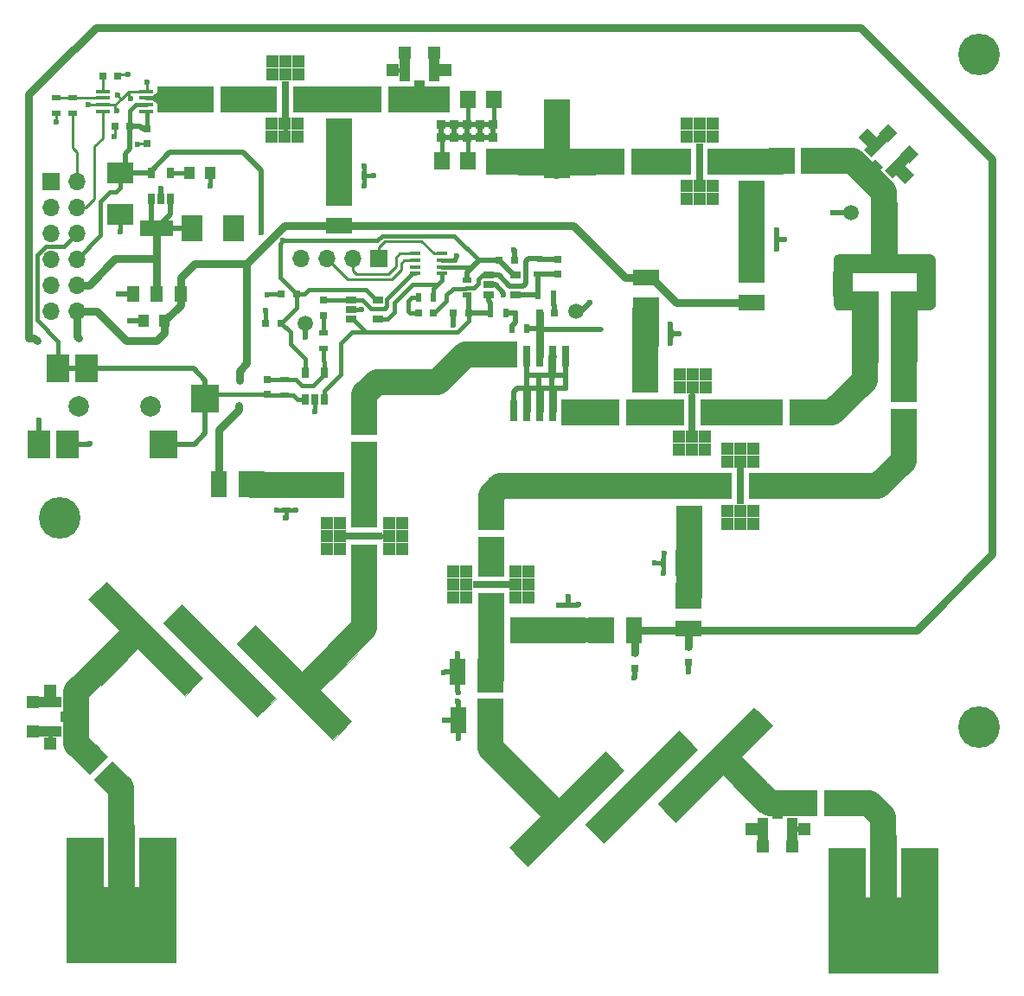
<source format=gtl>
G04 #@! TF.FileFunction,Copper,L1,Top,Signal*
%FSLAX46Y46*%
G04 Gerber Fmt 4.6, Leading zero omitted, Abs format (unit mm)*
G04 Created by KiCad (PCBNEW 4.0.6) date 12/03/17 11:24:10*
%MOMM*%
%LPD*%
G01*
G04 APERTURE LIST*
%ADD10C,0.100000*%
%ADD11C,0.010000*%
%ADD12C,1.500000*%
%ADD13R,0.850000X0.850000*%
%ADD14R,2.000000X2.500000*%
%ADD15R,3.300000X1.600000*%
%ADD16R,1.200000X1.600000*%
%ADD17C,4.064000*%
%ADD18R,0.900000X0.500000*%
%ADD19R,1.350000X0.400000*%
%ADD20R,2.540000X2.540000*%
%ADD21R,1.524000X1.651000*%
%ADD22R,0.762000X2.159000*%
%ADD23R,1.270000X1.270000*%
%ADD24R,0.635000X3.556000*%
%ADD25R,3.556000X0.635000*%
%ADD26R,0.990600X0.685800*%
%ADD27R,0.500000X0.900000*%
%ADD28R,0.800000X0.750000*%
%ADD29R,0.750000X0.800000*%
%ADD30R,2.514600X2.514600*%
%ADD31R,1.000000X1.250000*%
%ADD32R,2.540000X1.524000*%
%ADD33R,1.524000X1.524000*%
%ADD34R,1.524000X2.540000*%
%ADD35R,0.685800X0.990600*%
%ADD36C,2.000000*%
%ADD37R,2.200000X2.800000*%
%ADD38R,2.800000X2.800000*%
%ADD39R,1.700000X1.700000*%
%ADD40O,1.700000X1.700000*%
%ADD41R,0.609600X0.889000*%
%ADD42R,0.889000X0.609600*%
%ADD43R,2.500000X2.000000*%
%ADD44R,2.200000X1.050000*%
%ADD45R,1.050000X1.000000*%
%ADD46R,1.050000X2.200000*%
%ADD47R,1.000000X1.050000*%
%ADD48R,1.100000X0.450000*%
%ADD49C,0.600000*%
%ADD50C,0.381000*%
%ADD51C,2.540000*%
%ADD52C,0.508000*%
%ADD53C,0.762000*%
%ADD54C,0.254000*%
%ADD55C,0.250000*%
%ADD56C,0.025400*%
G04 APERTURE END LIST*
D10*
D11*
G36*
X160094507Y-146825547D02*
X160094507Y-134633547D01*
X163650507Y-134633547D01*
X163650507Y-139459547D01*
X164158507Y-139459547D01*
X164158507Y-133363547D01*
X166698507Y-133363547D01*
X166698507Y-139459547D01*
X167206507Y-139459547D01*
X167206507Y-134633547D01*
X170762507Y-134633547D01*
X170762507Y-146825547D01*
X160094507Y-146825547D01*
X160094507Y-146825547D01*
G37*
X160094507Y-146825547D02*
X160094507Y-134633547D01*
X163650507Y-134633547D01*
X163650507Y-139459547D01*
X164158507Y-139459547D01*
X164158507Y-133363547D01*
X166698507Y-133363547D01*
X166698507Y-139459547D01*
X167206507Y-139459547D01*
X167206507Y-134633547D01*
X170762507Y-134633547D01*
X170762507Y-146825547D01*
X160094507Y-146825547D01*
G36*
X85454067Y-145850187D02*
X85454067Y-133658187D01*
X89010067Y-133658187D01*
X89010067Y-138484187D01*
X89518067Y-138484187D01*
X89518067Y-132388187D01*
X92058067Y-132388187D01*
X92058067Y-138484187D01*
X92566067Y-138484187D01*
X92566067Y-133658187D01*
X96122067Y-133658187D01*
X96122067Y-145850187D01*
X85454067Y-145850187D01*
X85454067Y-145850187D01*
G37*
X85454067Y-145850187D02*
X85454067Y-133658187D01*
X89010067Y-133658187D01*
X89010067Y-138484187D01*
X89518067Y-138484187D01*
X89518067Y-132388187D01*
X92058067Y-132388187D01*
X92058067Y-138484187D01*
X92566067Y-138484187D01*
X92566067Y-133658187D01*
X96122067Y-133658187D01*
X96122067Y-145850187D01*
X85454067Y-145850187D01*
G36*
X170507947Y-79939969D02*
X170506068Y-80482287D01*
X170501006Y-80894638D01*
X170491184Y-81197273D01*
X170475021Y-81410443D01*
X170450939Y-81554400D01*
X170417359Y-81649396D01*
X170372701Y-81715680D01*
X170315389Y-81773506D01*
X170310950Y-81777677D01*
X170186418Y-81872361D01*
X170031749Y-81928508D01*
X169801393Y-81955565D01*
X169449800Y-81962977D01*
X169417252Y-81963005D01*
X168720826Y-81963005D01*
X168675672Y-87034481D01*
X167418457Y-87058069D01*
X166161242Y-87081656D01*
X166161242Y-80173072D01*
X168718289Y-80173072D01*
X168718289Y-78297904D01*
X162325672Y-78297904D01*
X162325672Y-80173072D01*
X164882719Y-80173072D01*
X164882719Y-87077099D01*
X162325672Y-87077099D01*
X162325672Y-81963005D01*
X161616033Y-81963005D01*
X161256608Y-81957914D01*
X161023306Y-81936145D01*
X160871919Y-81887954D01*
X160758242Y-81803597D01*
X160721066Y-81765733D01*
X160666746Y-81702806D01*
X160624229Y-81629814D01*
X160592071Y-81526591D01*
X160568827Y-81372969D01*
X160553052Y-81148782D01*
X160543301Y-80833864D01*
X160538128Y-80408047D01*
X160536089Y-79851165D01*
X160535739Y-79179279D01*
X160536445Y-78474835D01*
X160539371Y-77921242D01*
X160545723Y-77498885D01*
X160556710Y-77188149D01*
X160573542Y-76969416D01*
X160597425Y-76823073D01*
X160629569Y-76729503D01*
X160671182Y-76669091D01*
X160691611Y-76649034D01*
X160766772Y-76599678D01*
X160883473Y-76563109D01*
X161065359Y-76537506D01*
X161336075Y-76521048D01*
X161719265Y-76511917D01*
X162238574Y-76508291D01*
X162524162Y-76507971D01*
X164200840Y-76507971D01*
X164200840Y-71393877D01*
X166757887Y-71393877D01*
X166757887Y-76507971D01*
X168447727Y-76507971D01*
X169024820Y-76508609D01*
X169456039Y-76512249D01*
X169765983Y-76521478D01*
X169979246Y-76538884D01*
X170120426Y-76567055D01*
X170214120Y-76608577D01*
X170284922Y-76666039D01*
X170322895Y-76705243D01*
X170377672Y-76768772D01*
X170420434Y-76842494D01*
X170452669Y-76946796D01*
X170475862Y-77102066D01*
X170491499Y-77328691D01*
X170501067Y-77647059D01*
X170506053Y-78077558D01*
X170507941Y-78640576D01*
X170508222Y-79247432D01*
X170507947Y-79939969D01*
X170507947Y-79939969D01*
G37*
X170507947Y-79939969D02*
X170506068Y-80482287D01*
X170501006Y-80894638D01*
X170491184Y-81197273D01*
X170475021Y-81410443D01*
X170450939Y-81554400D01*
X170417359Y-81649396D01*
X170372701Y-81715680D01*
X170315389Y-81773506D01*
X170310950Y-81777677D01*
X170186418Y-81872361D01*
X170031749Y-81928508D01*
X169801393Y-81955565D01*
X169449800Y-81962977D01*
X169417252Y-81963005D01*
X168720826Y-81963005D01*
X168675672Y-87034481D01*
X167418457Y-87058069D01*
X166161242Y-87081656D01*
X166161242Y-80173072D01*
X168718289Y-80173072D01*
X168718289Y-78297904D01*
X162325672Y-78297904D01*
X162325672Y-80173072D01*
X164882719Y-80173072D01*
X164882719Y-87077099D01*
X162325672Y-87077099D01*
X162325672Y-81963005D01*
X161616033Y-81963005D01*
X161256608Y-81957914D01*
X161023306Y-81936145D01*
X160871919Y-81887954D01*
X160758242Y-81803597D01*
X160721066Y-81765733D01*
X160666746Y-81702806D01*
X160624229Y-81629814D01*
X160592071Y-81526591D01*
X160568827Y-81372969D01*
X160553052Y-81148782D01*
X160543301Y-80833864D01*
X160538128Y-80408047D01*
X160536089Y-79851165D01*
X160535739Y-79179279D01*
X160536445Y-78474835D01*
X160539371Y-77921242D01*
X160545723Y-77498885D01*
X160556710Y-77188149D01*
X160573542Y-76969416D01*
X160597425Y-76823073D01*
X160629569Y-76729503D01*
X160671182Y-76669091D01*
X160691611Y-76649034D01*
X160766772Y-76599678D01*
X160883473Y-76563109D01*
X161065359Y-76537506D01*
X161336075Y-76521048D01*
X161719265Y-76511917D01*
X162238574Y-76508291D01*
X162524162Y-76507971D01*
X164200840Y-76507971D01*
X164200840Y-71393877D01*
X166757887Y-71393877D01*
X166757887Y-76507971D01*
X168447727Y-76507971D01*
X169024820Y-76508609D01*
X169456039Y-76512249D01*
X169765983Y-76521478D01*
X169979246Y-76538884D01*
X170120426Y-76567055D01*
X170214120Y-76608577D01*
X170284922Y-76666039D01*
X170322895Y-76705243D01*
X170377672Y-76768772D01*
X170420434Y-76842494D01*
X170452669Y-76946796D01*
X170475862Y-77102066D01*
X170491499Y-77328691D01*
X170501067Y-77647059D01*
X170506053Y-78077558D01*
X170507941Y-78640576D01*
X170508222Y-79247432D01*
X170507947Y-79939969D01*
G36*
X130633442Y-136427868D02*
X128837391Y-134631817D01*
X131890678Y-131578530D01*
X128298576Y-127986427D01*
X130094627Y-126190376D01*
X133686729Y-129782478D01*
X138236726Y-125232482D01*
X140032777Y-127028533D01*
X130633442Y-136427868D01*
X130633442Y-136427868D01*
G37*
X130633442Y-136427868D02*
X128837391Y-134631817D01*
X131890678Y-131578530D01*
X128298576Y-127986427D01*
X130094627Y-126190376D01*
X133686729Y-129782478D01*
X138236726Y-125232482D01*
X140032777Y-127028533D01*
X130633442Y-136427868D01*
G36*
X138057121Y-134152870D02*
X136261070Y-132356819D01*
X145420931Y-123196958D01*
X147216982Y-124993009D01*
X138057121Y-134152870D01*
X138057121Y-134152870D01*
G37*
X138057121Y-134152870D02*
X136261070Y-132356819D01*
X145420931Y-123196958D01*
X147216982Y-124993009D01*
X138057121Y-134152870D01*
G36*
X151527505Y-125711429D02*
X155119608Y-129303532D01*
X153323556Y-131099583D01*
X149731454Y-127507480D01*
X145121589Y-132117345D01*
X144251619Y-131247375D01*
X143885502Y-130875081D01*
X143633454Y-130603129D01*
X143484118Y-130418095D01*
X143426136Y-130306558D01*
X143427921Y-130274006D01*
X143494003Y-130199266D01*
X143671110Y-130014683D01*
X143949967Y-129729584D01*
X144321297Y-129353297D01*
X144775826Y-128895148D01*
X145304278Y-128364464D01*
X145897378Y-127770574D01*
X146545849Y-127122802D01*
X147240417Y-126430479D01*
X147971805Y-125702929D01*
X148129467Y-125546283D01*
X152784741Y-120921959D01*
X153684367Y-121788450D01*
X154583993Y-122654941D01*
X151527505Y-125711429D01*
X151527505Y-125711429D01*
G37*
X151527505Y-125711429D02*
X155119608Y-129303532D01*
X153323556Y-131099583D01*
X149731454Y-127507480D01*
X145121589Y-132117345D01*
X144251619Y-131247375D01*
X143885502Y-130875081D01*
X143633454Y-130603129D01*
X143484118Y-130418095D01*
X143426136Y-130306558D01*
X143427921Y-130274006D01*
X143494003Y-130199266D01*
X143671110Y-130014683D01*
X143949967Y-129729584D01*
X144321297Y-129353297D01*
X144775826Y-128895148D01*
X145304278Y-128364464D01*
X145897378Y-127770574D01*
X146545849Y-127122802D01*
X147240417Y-126430479D01*
X147971805Y-125702929D01*
X148129467Y-125546283D01*
X152784741Y-120921959D01*
X153684367Y-121788450D01*
X154583993Y-122654941D01*
X151527505Y-125711429D01*
G36*
X108507351Y-117417758D02*
X112099454Y-113825655D01*
X113895505Y-115621707D01*
X110303403Y-119213809D01*
X113356690Y-122267096D01*
X111560638Y-124063147D01*
X102161303Y-114663812D01*
X103957355Y-112867761D01*
X108507351Y-117417758D01*
X108507351Y-117417758D01*
G37*
X108507351Y-117417758D02*
X112099454Y-113825655D01*
X113895505Y-115621707D01*
X110303403Y-119213809D01*
X113356690Y-122267096D01*
X111560638Y-124063147D01*
X102161303Y-114663812D01*
X103957355Y-112867761D01*
X108507351Y-117417758D01*
G36*
X105933011Y-119992098D02*
X104136960Y-121788149D01*
X94977099Y-112628288D01*
X96773150Y-110832237D01*
X105933011Y-119992098D01*
X105933011Y-119992098D01*
G37*
X105933011Y-119992098D02*
X104136960Y-121788149D01*
X94977099Y-112628288D01*
X96773150Y-110832237D01*
X105933011Y-119992098D01*
G36*
X88509713Y-109423730D02*
X89409340Y-108557238D01*
X98808675Y-117956573D01*
X97942183Y-118856200D01*
X97075693Y-119755825D01*
X92462627Y-115142760D01*
X88870524Y-118734862D01*
X87074473Y-116938811D01*
X90666576Y-113346709D01*
X87610087Y-110290220D01*
X88509713Y-109423730D01*
X88509713Y-109423730D01*
G37*
X88509713Y-109423730D02*
X89409340Y-108557238D01*
X98808675Y-117956573D01*
X97942183Y-118856200D01*
X97075693Y-119755825D01*
X92462627Y-115142760D01*
X88870524Y-118734862D01*
X87074473Y-116938811D01*
X90666576Y-113346709D01*
X87610087Y-110290220D01*
X88509713Y-109423730D01*
D12*
X108839000Y-83261200D03*
X162255200Y-72415400D03*
D13*
X127238760Y-65095120D03*
X125968760Y-65095120D03*
X124698760Y-65095120D03*
X123428760Y-65095120D03*
X122158760Y-65095120D03*
X127238760Y-63825120D03*
X125968760Y-63825120D03*
X124698760Y-63825120D03*
X123428760Y-63825120D03*
D14*
X97786440Y-73987660D03*
X101786440Y-73987660D03*
D15*
X94274640Y-73988460D03*
D16*
X92024640Y-80388460D03*
X94274640Y-80388460D03*
X96624640Y-80388460D03*
D17*
X84805520Y-102290880D03*
X174797720Y-122834400D03*
D18*
X86070440Y-61210760D03*
X86070440Y-62710760D03*
D19*
X89009340Y-60562460D03*
X89009340Y-61212460D03*
X89009340Y-61862460D03*
X89009340Y-62512460D03*
X93309340Y-60562460D03*
X93309340Y-61212460D03*
X93309340Y-61862460D03*
X93309340Y-62512460D03*
D10*
G36*
X94432240Y-60587860D02*
X94432240Y-61857860D01*
X93797240Y-61349860D01*
X93797240Y-61095860D01*
X94432240Y-60587860D01*
X94432240Y-60587860D01*
G37*
D20*
X95638740Y-61324460D03*
X127803940Y-67414260D03*
D21*
X124781340Y-61394460D03*
X127321340Y-61394460D03*
X122241340Y-67363460D03*
X124781340Y-67363460D03*
D20*
X121758740Y-61369060D03*
D22*
X131766340Y-86476960D03*
D20*
X128337340Y-86299160D03*
D22*
X130496340Y-86476960D03*
X133036340Y-86476960D03*
X134306340Y-86476960D03*
X129226340Y-91810960D03*
X130496340Y-91810960D03*
X131766340Y-91810960D03*
X133036340Y-91810960D03*
D20*
X135195340Y-91988760D03*
X112170240Y-64518660D03*
X112170240Y-61318260D03*
D23*
X106847640Y-65008760D03*
X108117640Y-65008760D03*
X105577640Y-65008760D03*
X105577640Y-63738760D03*
X106847640Y-63738760D03*
X108117640Y-63738760D03*
X108143040Y-57642760D03*
X106873040Y-57642760D03*
X105603040Y-57642760D03*
X105603040Y-58912760D03*
X108143040Y-58912760D03*
D20*
X108955840Y-61325760D03*
X104790240Y-61325760D03*
D24*
X106873040Y-61325760D03*
D23*
X106873040Y-58912760D03*
X146739640Y-88305760D03*
X145469640Y-88305760D03*
X148009640Y-88305760D03*
X148009640Y-89575760D03*
X146739640Y-89575760D03*
X145469640Y-89575760D03*
X145444240Y-95671760D03*
X146714240Y-95671760D03*
X147984240Y-95671760D03*
X147984240Y-94401760D03*
X145444240Y-94401760D03*
D20*
X144631440Y-91988760D03*
X148797040Y-91988760D03*
D24*
X146714240Y-91988760D03*
D23*
X146714240Y-94401760D03*
X147416520Y-71099680D03*
X148686520Y-71099680D03*
X146146520Y-71099680D03*
X146146520Y-69829680D03*
X147416520Y-69829680D03*
X148686520Y-69829680D03*
X148711920Y-63733680D03*
X147441920Y-63733680D03*
X146171920Y-63733680D03*
X146171920Y-65003680D03*
X148711920Y-65003680D03*
D20*
X149524720Y-67416680D03*
X145359120Y-67416680D03*
D24*
X147441920Y-67416680D03*
D23*
X147441920Y-65003680D03*
X151455120Y-95539560D03*
X150185120Y-95539560D03*
X152725120Y-95539560D03*
X152725120Y-96809560D03*
X151455120Y-96809560D03*
X150185120Y-96809560D03*
X150159720Y-102905560D03*
X151429720Y-102905560D03*
X152699720Y-102905560D03*
X152699720Y-101635560D03*
X150159720Y-101635560D03*
D20*
X149346920Y-99222560D03*
X153512520Y-99222560D03*
D24*
X151429720Y-99222560D03*
D23*
X151429720Y-101635560D03*
X118310028Y-104134794D03*
X118310028Y-102864794D03*
X118310028Y-105404794D03*
X117040028Y-105404794D03*
X117040028Y-104134794D03*
X117040028Y-102864794D03*
X110944028Y-102839394D03*
X110944028Y-104109394D03*
X110944028Y-105379394D03*
X112214028Y-105379394D03*
X112214028Y-102839394D03*
D20*
X114627028Y-102026594D03*
X114627028Y-106192194D03*
D25*
X114627028Y-104109394D03*
D23*
X112214028Y-104109394D03*
D26*
X129382520Y-78557120D03*
X129382520Y-80462120D03*
X126791721Y-78557120D03*
X126791721Y-79509620D03*
X126791721Y-80462120D03*
D20*
X155468320Y-67406520D03*
X158668720Y-67406520D03*
X157509240Y-92001460D03*
X154308840Y-92001460D03*
X141519940Y-91988760D03*
X138319540Y-91988760D03*
X114627028Y-92933394D03*
X114627028Y-96133794D03*
X167400000Y-89715460D03*
X167400000Y-92915860D03*
X152496520Y-70617080D03*
X152496520Y-67416680D03*
X111426628Y-99080194D03*
X114627028Y-99080194D03*
D27*
X127000000Y-82296000D03*
X128500000Y-82296000D03*
X131646800Y-80462120D03*
X133146800Y-80462120D03*
D18*
X131638040Y-76962000D03*
X131638040Y-78462000D03*
D28*
X90498360Y-59060080D03*
X88998360Y-59060080D03*
D29*
X93327340Y-65706660D03*
X93327340Y-64206660D03*
D28*
X90189740Y-63991460D03*
X91689740Y-63991460D03*
D30*
X165420040Y-134625080D03*
X90779600Y-133649720D03*
D28*
X123317000Y-82296000D03*
X124817000Y-82296000D03*
X131765040Y-82224880D03*
X133265040Y-82224880D03*
X127822960Y-77119480D03*
X129322960Y-77119480D03*
D18*
X124714000Y-79018000D03*
X124714000Y-80518000D03*
D31*
X95046040Y-83068160D03*
X93046040Y-83068160D03*
D20*
X98618040Y-61325760D03*
X101818440Y-61325760D03*
X115065840Y-61318260D03*
X118266240Y-61318260D03*
X138838940Y-67421760D03*
X142039340Y-67421760D03*
D32*
X146395440Y-113141760D03*
D20*
X146395440Y-109941360D03*
D33*
X167426640Y-86065360D03*
X163591240Y-85963760D03*
X165470840Y-72349360D03*
D32*
X142204440Y-78775560D03*
D20*
X142204440Y-81975960D03*
D32*
X112166400Y-73685400D03*
D20*
X112166400Y-70485000D03*
X142160020Y-91991300D03*
X142160020Y-88790900D03*
D32*
X152501600Y-81239360D03*
D20*
X152501600Y-78038960D03*
D34*
X100366168Y-99059754D03*
D20*
X103566568Y-99059754D03*
X146400520Y-99222560D03*
X146400520Y-102422960D03*
D31*
X97530920Y-68539360D03*
X99530920Y-68539360D03*
D35*
X93753940Y-68539360D03*
X95658940Y-68539360D03*
X93753940Y-71130159D03*
X94706440Y-71130159D03*
X95658940Y-71130159D03*
D27*
X129056000Y-83820000D03*
X130556000Y-83820000D03*
D18*
X84475320Y-61205680D03*
X84475320Y-62705680D03*
D17*
X174828200Y-56934100D03*
D36*
X93658840Y-91399360D03*
X86658840Y-91399360D03*
D37*
X82758840Y-95099360D03*
X85558840Y-95099360D03*
X84658840Y-87699360D03*
X87458840Y-87699360D03*
D38*
X94958840Y-95099360D03*
X99058840Y-90649360D03*
D39*
X83962240Y-69390260D03*
D40*
X86502240Y-69390260D03*
X83962240Y-71930260D03*
X86502240Y-71930260D03*
X83962240Y-74470260D03*
X86502240Y-74470260D03*
X83962240Y-77010260D03*
X86502240Y-77010260D03*
X83962240Y-79550260D03*
X86502240Y-79550260D03*
X83962240Y-82090260D03*
X86502240Y-82090260D03*
D41*
X144653000Y-84328000D03*
D20*
X142189200Y-84328000D03*
D41*
X114620040Y-68828920D03*
D20*
X112156240Y-68828920D03*
D41*
X154970480Y-75041760D03*
D20*
X152506680Y-75041760D03*
D42*
X106968928Y-101543994D03*
D20*
X106968928Y-99080194D03*
D41*
X143931640Y-106776520D03*
D20*
X146395440Y-106776520D03*
D43*
X90733880Y-68572880D03*
X90733880Y-72572880D03*
D42*
X134613859Y-110869715D03*
D20*
X134613859Y-113333515D03*
D34*
X140984179Y-113308115D03*
D20*
X137783779Y-113308115D03*
X127019259Y-113313195D03*
X130219659Y-113313195D03*
D23*
X123336259Y-108863115D03*
X123336259Y-110133115D03*
X123336259Y-107593115D03*
X124606259Y-107593115D03*
X124606259Y-108863115D03*
X124606259Y-110133115D03*
X130702259Y-110158515D03*
X130702259Y-108888515D03*
X130702259Y-107618515D03*
X129432259Y-107618515D03*
X129432259Y-110158515D03*
D20*
X127019259Y-110971315D03*
X127019259Y-106805715D03*
D25*
X127019259Y-108888515D03*
D23*
X129432259Y-108888515D03*
D20*
X127024339Y-102254035D03*
X127024339Y-105454435D03*
D10*
G36*
X151515531Y-129291558D02*
X153311582Y-127495507D01*
X155107633Y-129291558D01*
X153311582Y-131087609D01*
X151515531Y-129291558D01*
X151515531Y-129291558D01*
G37*
G36*
X128292589Y-127980440D02*
X130088640Y-126184389D01*
X131884691Y-127980440D01*
X130088640Y-129776491D01*
X128292589Y-127980440D01*
X128292589Y-127980440D01*
G37*
D29*
X146364960Y-114945160D03*
X146364960Y-116445160D03*
X141086840Y-115553360D03*
X141086840Y-117053360D03*
D10*
G36*
X112105440Y-117411771D02*
X110309389Y-115615720D01*
X112105440Y-113819669D01*
X113901491Y-115615720D01*
X112105440Y-117411771D01*
X112105440Y-117411771D01*
G37*
G36*
X88864537Y-118740849D02*
X87068486Y-116944798D01*
X88864537Y-115148747D01*
X90660588Y-116944798D01*
X88864537Y-118740849D01*
X88864537Y-118740849D01*
G37*
D34*
X123784360Y-117434360D03*
D20*
X126984760Y-117434360D03*
X127000000Y-118135400D03*
X127000000Y-121335800D03*
D10*
G36*
X89522571Y-125689360D02*
X87726520Y-127485411D01*
X85930469Y-125689360D01*
X87726520Y-123893309D01*
X89522571Y-125689360D01*
X89522571Y-125689360D01*
G37*
G36*
X91785596Y-127952384D02*
X89989545Y-129748435D01*
X88193494Y-127952384D01*
X89989545Y-126156333D01*
X91785596Y-127952384D01*
X91785596Y-127952384D01*
G37*
D34*
X123794520Y-122138440D03*
D20*
X126994920Y-122138440D03*
X157734000Y-130271520D03*
X160934400Y-130271520D03*
D44*
X83840320Y-120380760D03*
D45*
X85365320Y-121830760D03*
D44*
X83840320Y-123280760D03*
D23*
X83840320Y-119239960D03*
X83840320Y-124421560D03*
X82138520Y-120357560D03*
X82138520Y-123278560D03*
D10*
G36*
X165601096Y-68320251D02*
X167156731Y-66764616D01*
X167899194Y-67507079D01*
X166343559Y-69062714D01*
X165601096Y-68320251D01*
X165601096Y-68320251D01*
G37*
G36*
X163921718Y-67984376D02*
X164664180Y-67241914D01*
X165371286Y-67949020D01*
X164628824Y-68691482D01*
X163921718Y-67984376D01*
X163921718Y-67984376D01*
G37*
G36*
X163550486Y-66269641D02*
X165106121Y-64714006D01*
X165848584Y-65456469D01*
X164292949Y-67012104D01*
X163550486Y-66269641D01*
X163550486Y-66269641D01*
G37*
G36*
X166658786Y-68720332D02*
X167556812Y-67822306D01*
X168454838Y-68720332D01*
X167556812Y-69618358D01*
X166658786Y-68720332D01*
X166658786Y-68720332D01*
G37*
G36*
X162994842Y-65056388D02*
X163892868Y-64158362D01*
X164790894Y-65056388D01*
X163892868Y-65954414D01*
X162994842Y-65056388D01*
X162994842Y-65056388D01*
G37*
G36*
X167071878Y-66726715D02*
X167969904Y-65828689D01*
X168867930Y-66726715D01*
X167969904Y-67624741D01*
X167071878Y-66726715D01*
X167071878Y-66726715D01*
G37*
G36*
X165006419Y-64661256D02*
X165904445Y-63763230D01*
X166802471Y-64661256D01*
X165904445Y-65559282D01*
X165006419Y-64661256D01*
X165006419Y-64661256D01*
G37*
D46*
X121454840Y-58506360D03*
D47*
X120004840Y-60031360D03*
D46*
X118554840Y-58506360D03*
D23*
X122595640Y-58506360D03*
X117414040Y-58506360D03*
X121478040Y-56804560D03*
X118557040Y-56804560D03*
D46*
X153644600Y-132831840D03*
D47*
X155094600Y-131306840D03*
D46*
X156544600Y-132831840D03*
D23*
X152503800Y-132831840D03*
X157685400Y-132831840D03*
X153621400Y-134533640D03*
X156542400Y-134533640D03*
D13*
X122158760Y-63825120D03*
D29*
X133604000Y-78486000D03*
X133604000Y-76986000D03*
D28*
X121412000Y-82296000D03*
X119912000Y-82296000D03*
X107988800Y-80416400D03*
X106488800Y-80416400D03*
D29*
X110591600Y-80999200D03*
X110591600Y-82499200D03*
X105105200Y-88747600D03*
X105105200Y-90247600D03*
D28*
X106476800Y-83261200D03*
X104976800Y-83261200D03*
D27*
X121412000Y-80721200D03*
X119912000Y-80721200D03*
D18*
X110591600Y-85750400D03*
X110591600Y-84250400D03*
X106832400Y-90298400D03*
X106832400Y-88798400D03*
D26*
X115925600Y-80975200D03*
X115925600Y-82880200D03*
X113334801Y-80975200D03*
X113334801Y-81927700D03*
X113334801Y-82880200D03*
D35*
X108839000Y-88138000D03*
X110744000Y-88138000D03*
X108839000Y-90728799D03*
X109791500Y-90728799D03*
X110744000Y-90728799D03*
D39*
X116027200Y-76911200D03*
D40*
X113487200Y-76911200D03*
X110947200Y-76911200D03*
X108407200Y-76911200D03*
D48*
X122234000Y-78414400D03*
X122234000Y-77764400D03*
X122234000Y-77114400D03*
X122234000Y-76464400D03*
X119634000Y-76464400D03*
X119634000Y-77114400D03*
X119634000Y-77764400D03*
X119634000Y-78414400D03*
D12*
X135356600Y-82118200D03*
D49*
X136702800Y-81254600D03*
X108889800Y-84607400D03*
X160477200Y-72440800D03*
X109778800Y-91922600D03*
X105156000Y-80518000D03*
X104952800Y-81991200D03*
X114350800Y-81889600D03*
X123698000Y-76708000D03*
X128270000Y-80518000D03*
X129286000Y-76073000D03*
X123317000Y-83439000D03*
X129413000Y-82296000D03*
X133004560Y-88394660D03*
X132974080Y-89664660D03*
X131668520Y-89664660D03*
X131693920Y-88394660D03*
X99512120Y-69855080D03*
X114574320Y-69834760D03*
X115498880Y-68818760D03*
X114630200Y-67894200D03*
X90698320Y-74320400D03*
X134317140Y-89664660D03*
X134306340Y-88383860D03*
X130496340Y-88383860D03*
X130507140Y-89664660D03*
X107889040Y-101594920D03*
X106934000Y-102331520D03*
X106045000Y-101544120D03*
X143911320Y-107736640D03*
X143972280Y-105816400D03*
X143088360Y-106776520D03*
X123774200Y-115620800D03*
X122438160Y-117459760D03*
X123799600Y-119400320D03*
X123784360Y-120243600D03*
X123799600Y-123926600D03*
X122453400Y-122133360D03*
X146354800Y-117378480D03*
X141061440Y-117993160D03*
X135564880Y-110840520D03*
X134609840Y-110022640D03*
X133659880Y-110891320D03*
X144607986Y-83354848D03*
X145405546Y-84320048D03*
X144607986Y-85249688D03*
X154975560Y-74096880D03*
X154965400Y-75991720D03*
X155783280Y-75051920D03*
X84455000Y-63566040D03*
X102186740Y-73974960D03*
X91683840Y-83017360D03*
X87746840Y-95082360D03*
X82793840Y-92796360D03*
X94731840Y-70063360D03*
X90566240Y-80388460D03*
X133479540Y-68894960D03*
X90439240Y-60944760D03*
X91785440Y-61274960D03*
X90388440Y-62417960D03*
X93324800Y-59648060D03*
X87622500Y-61870560D03*
X91473140Y-58886060D03*
X90162500Y-65032860D03*
X92448500Y-65744060D03*
X106680000Y-75184000D03*
X104521000Y-74422000D03*
X102336600Y-91287600D03*
X102387400Y-88849200D03*
X82570320Y-85013800D03*
X86649560Y-84734400D03*
D50*
X149524720Y-67416680D02*
X152496520Y-67416680D01*
D51*
X149524720Y-67416680D02*
X155458160Y-67416680D01*
X155458160Y-67416680D02*
X155468320Y-67406520D01*
X148797040Y-91988760D02*
X154296140Y-91988760D01*
X154296140Y-91988760D02*
X154308840Y-92001460D01*
D50*
X142204440Y-81975960D02*
X142204440Y-84312760D01*
X142204440Y-84312760D02*
X142189200Y-84328000D01*
D51*
X142160020Y-88790900D02*
X142160020Y-82020380D01*
X142160020Y-82020380D02*
X142204440Y-81975960D01*
X142154940Y-88785820D02*
X142160020Y-88790900D01*
D52*
X135356600Y-82118200D02*
X135839200Y-82118200D01*
X135839200Y-82118200D02*
X136702800Y-81254600D01*
X135356600Y-82118200D02*
X135356600Y-82092800D01*
X108839000Y-83261200D02*
X108839000Y-84556600D01*
X108839000Y-84556600D02*
X108889800Y-84607400D01*
X162255200Y-72415400D02*
X160502600Y-72415400D01*
X160502600Y-72415400D02*
X160477200Y-72440800D01*
X157685400Y-132831840D02*
X156544600Y-132831840D01*
D50*
X123505100Y-77114400D02*
X123505100Y-76900900D01*
X123505100Y-76900900D02*
X123698000Y-76708000D01*
X127019259Y-108888515D02*
X129432259Y-108888515D01*
X127321340Y-61394460D02*
X127321340Y-63742540D01*
X127321340Y-63742540D02*
X127238760Y-63825120D01*
X124781340Y-67363460D02*
X124781340Y-65177700D01*
X124781340Y-65177700D02*
X124698760Y-65095120D01*
X122241340Y-67363460D02*
X122241340Y-65177700D01*
X122241340Y-65177700D02*
X122158760Y-65095120D01*
X124781340Y-61394460D02*
X124781340Y-63742540D01*
X124781340Y-63742540D02*
X124698760Y-63825120D01*
X153644600Y-132831840D02*
X152503800Y-132831840D01*
X156544600Y-134531440D02*
X156542400Y-134533640D01*
X153644600Y-132831840D02*
X153644600Y-134510440D01*
X153644600Y-134510440D02*
X153621400Y-134533640D01*
X106873040Y-61325760D02*
X106873040Y-64983360D01*
X106873040Y-64983360D02*
X106847640Y-65008760D01*
X114627028Y-104109394D02*
X117014628Y-104109394D01*
X117014628Y-104109394D02*
X117040028Y-104134794D01*
X147441920Y-67416680D02*
X147441920Y-69804280D01*
X147441920Y-69804280D02*
X147416520Y-69829680D01*
X151429720Y-99222560D02*
X151429720Y-96834960D01*
X151429720Y-96834960D02*
X151455120Y-96809560D01*
X146714240Y-91988760D02*
X146714240Y-89601160D01*
X146714240Y-89601160D02*
X146739640Y-89575760D01*
X166750145Y-67913665D02*
X167556812Y-68720332D01*
X164699535Y-65863055D02*
X163892868Y-65056388D01*
X118557040Y-56804560D02*
X118557040Y-58504160D01*
X118557040Y-58504160D02*
X118554840Y-58506360D01*
X121454840Y-58506360D02*
X121454840Y-56827760D01*
X121454840Y-56827760D02*
X121478040Y-56804560D01*
X121454840Y-58506360D02*
X122595640Y-58506360D01*
X118554840Y-58506360D02*
X117414040Y-58506360D01*
X83840320Y-120380760D02*
X82161720Y-120380760D01*
X82161720Y-120380760D02*
X82138520Y-120357560D01*
X83840320Y-120380760D02*
X83840320Y-119239960D01*
X83840320Y-123280760D02*
X82140720Y-123280760D01*
X82140720Y-123280760D02*
X82138520Y-123278560D01*
X83840320Y-123280760D02*
X83840320Y-124421560D01*
X109791500Y-90728799D02*
X109791500Y-91909900D01*
X109791500Y-91909900D02*
X109778800Y-91922600D01*
X106488800Y-80416400D02*
X105257600Y-80416400D01*
X105257600Y-80416400D02*
X105156000Y-80518000D01*
X104976800Y-83261200D02*
X104976800Y-82015200D01*
X104976800Y-82015200D02*
X104952800Y-81991200D01*
X113334801Y-81927700D02*
X114312700Y-81927700D01*
X114312700Y-81927700D02*
X114350800Y-81889600D01*
X122234000Y-77114400D02*
X123505100Y-77114400D01*
D52*
X129413000Y-83185000D02*
X129413000Y-82296000D01*
X129056000Y-83542000D02*
X129413000Y-83185000D01*
X129056000Y-83820000D02*
X129056000Y-83542000D01*
X126791721Y-79509620D02*
X127494623Y-79509620D01*
X127494623Y-79509620D02*
X128270000Y-80284997D01*
X128270000Y-80284997D02*
X128270000Y-80518000D01*
X129322960Y-77119480D02*
X129322960Y-76109960D01*
X129322960Y-76109960D02*
X129286000Y-76073000D01*
X123317000Y-82296000D02*
X123317000Y-83439000D01*
X128500000Y-82296000D02*
X129413000Y-82296000D01*
X125968760Y-63825120D02*
X127238760Y-63825120D01*
X127238760Y-65095120D02*
X127238760Y-63825120D01*
X125968760Y-65095120D02*
X127238760Y-65095120D01*
X125968760Y-63825120D02*
X125968760Y-65095120D01*
X124698760Y-65095120D02*
X125968760Y-65095120D01*
X124698760Y-65095120D02*
X124698760Y-63825120D01*
X123428760Y-65095120D02*
X124698760Y-65095120D01*
X122158760Y-65095120D02*
X123428760Y-65095120D01*
X123428760Y-65095120D02*
X123428760Y-63825120D01*
X122158760Y-65095120D02*
X122158760Y-63825120D01*
X124698760Y-63825120D02*
X123428760Y-63825120D01*
X124698760Y-63825120D02*
X125968760Y-63825120D01*
X122158760Y-63825120D02*
X123428760Y-63825120D01*
D53*
X130496340Y-91810960D02*
X130496340Y-89675460D01*
X130496340Y-89675460D02*
X130507140Y-89664660D01*
X131766340Y-91810960D02*
X131766340Y-89762480D01*
X131766340Y-89762480D02*
X131668520Y-89664660D01*
X133036340Y-91810960D02*
X133036340Y-89726920D01*
X133036340Y-89726920D02*
X132974080Y-89664660D01*
X133004560Y-88394660D02*
X133004560Y-86508740D01*
X133004560Y-86508740D02*
X133036340Y-86476960D01*
D52*
X132974080Y-89664660D02*
X132974080Y-88425140D01*
X132974080Y-88425140D02*
X133004560Y-88394660D01*
X131693920Y-88394660D02*
X131693920Y-89639260D01*
X131693920Y-89639260D02*
X131668520Y-89664660D01*
X133004560Y-88394660D02*
X134317140Y-88394660D01*
X131693920Y-88394660D02*
X133004560Y-88394660D01*
X132974080Y-89664660D02*
X131668520Y-89664660D01*
X134317140Y-89664660D02*
X132974080Y-89664660D01*
X131668520Y-89664660D02*
X130507140Y-89664660D01*
X130507140Y-88394660D02*
X131693920Y-88394660D01*
D54*
X130496340Y-88383860D02*
X131683120Y-88383860D01*
X131683120Y-88383860D02*
X131693920Y-88394660D01*
D50*
X99530920Y-68539360D02*
X99530920Y-69836280D01*
X99530920Y-69836280D02*
X99512120Y-69855080D01*
X114620040Y-68828920D02*
X114620040Y-69789040D01*
X114620040Y-69789040D02*
X114574320Y-69834760D01*
X114620040Y-68828920D02*
X115488720Y-68828920D01*
X115488720Y-68828920D02*
X115498880Y-68818760D01*
X114620040Y-68828920D02*
X114620040Y-67904360D01*
X114620040Y-67904360D02*
X114630200Y-67894200D01*
X90733880Y-72572880D02*
X90733880Y-74284840D01*
X90733880Y-74284840D02*
X90698320Y-74320400D01*
X106968928Y-101543994D02*
X107838114Y-101543994D01*
X107838114Y-101543994D02*
X107889040Y-101594920D01*
X106968928Y-101543994D02*
X106968928Y-102296592D01*
X106968928Y-102296592D02*
X106934000Y-102331520D01*
X106968928Y-101543994D02*
X106045126Y-101543994D01*
X106045126Y-101543994D02*
X106045000Y-101544120D01*
X143931640Y-106776520D02*
X143931640Y-107716320D01*
X143931640Y-107716320D02*
X143911320Y-107736640D01*
X143931640Y-106776520D02*
X143931640Y-105857040D01*
X143931640Y-105857040D02*
X143972280Y-105816400D01*
X143931640Y-106776520D02*
X143088360Y-106776520D01*
D52*
X123784360Y-117434360D02*
X123784360Y-115630960D01*
X123784360Y-115630960D02*
X123774200Y-115620800D01*
X123784360Y-117434360D02*
X122463560Y-117434360D01*
X122463560Y-117434360D02*
X122438160Y-117459760D01*
X123784360Y-117434360D02*
X123784360Y-119385080D01*
X123784360Y-119385080D02*
X123799600Y-119400320D01*
X123794520Y-122138440D02*
X123794520Y-120253760D01*
X123794520Y-120253760D02*
X123784360Y-120243600D01*
X123794520Y-122138440D02*
X123794520Y-123921520D01*
X123794520Y-123921520D02*
X123799600Y-123926600D01*
X123794520Y-122138440D02*
X122458480Y-122138440D01*
X122458480Y-122138440D02*
X122453400Y-122133360D01*
X146364960Y-116445160D02*
X146364960Y-117368320D01*
X146364960Y-117368320D02*
X146354800Y-117378480D01*
X141086840Y-117053360D02*
X141086840Y-117967760D01*
X141086840Y-117967760D02*
X141061440Y-117993160D01*
X134613859Y-110869715D02*
X135535685Y-110869715D01*
X135535685Y-110869715D02*
X135564880Y-110840520D01*
X134613859Y-110869715D02*
X134613859Y-110026659D01*
X134613859Y-110026659D02*
X134609840Y-110022640D01*
X134613859Y-110869715D02*
X133681485Y-110869715D01*
X133681485Y-110869715D02*
X133659880Y-110891320D01*
X144597826Y-84304808D02*
X144597826Y-83365008D01*
X144597826Y-83365008D02*
X144607986Y-83354848D01*
X144597826Y-84304808D02*
X145390306Y-84304808D01*
X145390306Y-84304808D02*
X145405546Y-84320048D01*
X144597826Y-84304808D02*
X144597826Y-85239528D01*
X144597826Y-85239528D02*
X144607986Y-85249688D01*
X154970480Y-75041760D02*
X154970480Y-74101960D01*
X154970480Y-74101960D02*
X154975560Y-74096880D01*
X154970480Y-75041760D02*
X154970480Y-75986640D01*
X154970480Y-75986640D02*
X154965400Y-75991720D01*
X154970480Y-75041760D02*
X155773120Y-75041760D01*
X155773120Y-75041760D02*
X155783280Y-75051920D01*
D54*
X84475320Y-62705680D02*
X84475320Y-63545720D01*
X84475320Y-63545720D02*
X84455000Y-63566040D01*
D52*
X102174040Y-73987660D02*
X102186740Y-73974960D01*
X93046040Y-83068160D02*
X91734640Y-83068160D01*
X91734640Y-83068160D02*
X91683840Y-83017360D01*
X85558840Y-95099360D02*
X87729840Y-95099360D01*
X87729840Y-95099360D02*
X87746840Y-95082360D01*
X82758840Y-95099360D02*
X82758840Y-92831360D01*
X82758840Y-92831360D02*
X82793840Y-92796360D01*
X94706440Y-71130159D02*
X94706440Y-70088760D01*
X94706440Y-70088760D02*
X94731840Y-70063360D01*
X92024640Y-80388460D02*
X90566240Y-80388460D01*
D54*
X133441440Y-67414260D02*
X133504940Y-68869560D01*
X133504940Y-68869560D02*
X133479540Y-68894960D01*
D51*
X127803940Y-67414260D02*
X133441440Y-67414260D01*
X133441440Y-67414260D02*
X138831440Y-67414260D01*
X138831440Y-67414260D02*
X138838940Y-67421760D01*
D55*
X90814570Y-61320090D02*
X90439240Y-60944760D01*
X91546800Y-60587860D02*
X91546800Y-61036320D01*
X91546800Y-61036320D02*
X91785440Y-61274960D01*
X90246800Y-61887860D02*
X90246800Y-62276320D01*
X90246800Y-62276320D02*
X90388440Y-62417960D01*
X93319500Y-60587860D02*
X93319500Y-59653360D01*
X93319500Y-59653360D02*
X93324800Y-59648060D01*
X87589000Y-61811660D02*
X87571700Y-61794360D01*
X89019500Y-61887860D02*
X87639800Y-61887860D01*
X89019500Y-61887860D02*
X90246800Y-61887860D01*
X91546800Y-60587860D02*
X93319500Y-60587860D01*
X90246800Y-61887860D02*
X90814570Y-61320090D01*
X90814570Y-61320090D02*
X91546800Y-60587860D01*
D52*
X130507140Y-88394660D02*
X130507140Y-89664660D01*
X134317140Y-88394660D02*
X134317140Y-89664660D01*
X134306340Y-86476960D02*
X134306340Y-88383860D01*
X134306340Y-88383860D02*
X134317140Y-88394660D01*
X130496340Y-86476960D02*
X130496340Y-88383860D01*
X130496340Y-88383860D02*
X130507140Y-88394660D01*
X129226340Y-91810960D02*
X129226340Y-90005660D01*
X129226340Y-90005660D02*
X129567340Y-89664660D01*
X129567340Y-89664660D02*
X130507140Y-89664660D01*
D54*
X90495940Y-58860660D02*
X91447740Y-58860660D01*
X91447740Y-58860660D02*
X91473140Y-58886060D01*
X90199900Y-64016860D02*
X90199900Y-64995460D01*
X90199900Y-64995460D02*
X90162500Y-65032860D01*
X93286700Y-65655860D02*
X92409700Y-65655860D01*
X92409700Y-65655860D02*
X92397700Y-65667860D01*
D51*
X141525020Y-91983680D02*
X141519940Y-91988760D01*
X141519940Y-91988760D02*
X144631440Y-91988760D01*
X135195340Y-91988760D02*
X138319540Y-91988760D01*
D54*
X89006100Y-58886060D02*
X89006100Y-60574460D01*
X89006100Y-60574460D02*
X89019500Y-60587860D01*
D50*
X107403900Y-85305900D02*
X108839000Y-86741000D01*
X108839000Y-86741000D02*
X108839000Y-88138000D01*
X107403900Y-84163300D02*
X107403900Y-85305900D01*
X107403900Y-84163300D02*
X106501800Y-83261200D01*
X106501800Y-83261200D02*
X106476800Y-83261200D01*
X107988800Y-80416400D02*
X107988800Y-81749200D01*
X107988800Y-81749200D02*
X106476800Y-83261200D01*
X109220000Y-79966200D02*
X114764200Y-79966200D01*
X114764200Y-79966200D02*
X115773200Y-80975200D01*
X115773200Y-80975200D02*
X115925600Y-80975200D01*
X107988800Y-80416400D02*
X108769800Y-80416400D01*
X108769800Y-80416400D02*
X109220000Y-79966200D01*
X106680000Y-75184000D02*
X106380001Y-75483999D01*
X106380001Y-75483999D02*
X106380001Y-78832601D01*
X106380001Y-78832601D02*
X107963800Y-80416400D01*
X107963800Y-80416400D02*
X107988800Y-80416400D01*
X125854520Y-77119480D02*
X125209600Y-77764400D01*
X125209600Y-77764400D02*
X122234000Y-77764400D01*
X106680000Y-75184000D02*
X115918531Y-75184000D01*
X115918531Y-75184000D02*
X116385241Y-74717290D01*
X116385241Y-74717290D02*
X123452330Y-74717290D01*
X123452330Y-74717290D02*
X125854520Y-77119480D01*
D52*
X127822960Y-77119480D02*
X129260600Y-78557120D01*
X129260600Y-78557120D02*
X129382520Y-78557120D01*
X124714000Y-79018000D02*
X124714000Y-78260000D01*
X124714000Y-78260000D02*
X125854520Y-77119480D01*
X125854520Y-77119480D02*
X126914960Y-77119480D01*
X126914960Y-77119480D02*
X127822960Y-77119480D01*
X104521000Y-68326000D02*
X104521000Y-74422000D01*
X102743000Y-66548000D02*
X104521000Y-68326000D01*
X95592900Y-66548000D02*
X102743000Y-66548000D01*
X93753940Y-68539360D02*
X93753940Y-68386960D01*
X93753940Y-68386960D02*
X95592900Y-66548000D01*
D50*
X93753940Y-68539360D02*
X90767400Y-68539360D01*
X90767400Y-68539360D02*
X90733880Y-68572880D01*
X88823800Y-71333360D02*
X88823800Y-74688700D01*
X88823800Y-74688700D02*
X86502240Y-77010260D01*
X89748360Y-70408800D02*
X88823800Y-71333360D01*
X90278960Y-70408800D02*
X89748360Y-70408800D01*
X90733880Y-68572880D02*
X90733880Y-69953880D01*
X90733880Y-69953880D02*
X90278960Y-70408800D01*
D52*
X91255340Y-68539360D02*
X93753940Y-68539360D01*
X91239340Y-68555360D02*
X91239340Y-66672460D01*
X91689740Y-66222060D02*
X91689740Y-63991460D01*
X91239340Y-66672460D02*
X91689740Y-66222060D01*
X86502240Y-77010260D02*
X86743540Y-77010260D01*
D50*
X93309340Y-61862460D02*
X92257840Y-61862460D01*
X91689740Y-62430560D02*
X91689740Y-63991460D01*
X92257840Y-61862460D02*
X91689740Y-62430560D01*
D52*
X93327340Y-64206660D02*
X92920240Y-64206660D01*
X92705040Y-63991460D02*
X91689740Y-63991460D01*
X92920240Y-64206660D02*
X92705040Y-63991460D01*
D50*
X93319500Y-62537860D02*
X93319500Y-64214060D01*
X93319500Y-64214060D02*
X93337500Y-64232060D01*
D54*
X93337500Y-62555860D02*
X93319500Y-62537860D01*
D50*
X91699900Y-64016860D02*
X91699900Y-64169960D01*
X112156240Y-68828920D02*
X112156240Y-70474840D01*
X112156240Y-70474840D02*
X112166400Y-70485000D01*
D51*
X112170240Y-64518660D02*
X112170240Y-70481160D01*
X112170240Y-70481160D02*
X112166400Y-70485000D01*
D50*
X152506680Y-75041760D02*
X152506680Y-78033880D01*
X152506680Y-78033880D02*
X152501600Y-78038960D01*
D51*
X152501600Y-78038960D02*
X152501600Y-70622160D01*
X152501600Y-70622160D02*
X152496520Y-70617080D01*
X114627028Y-102026594D02*
X114627028Y-99080194D01*
X114627028Y-96133794D02*
X114627028Y-102026594D01*
X167400000Y-92915860D02*
X167400000Y-96725860D01*
X167400000Y-96725860D02*
X164903300Y-99222560D01*
X164903300Y-99222560D02*
X153512520Y-99222560D01*
D53*
X102336600Y-91287600D02*
X102336600Y-91711864D01*
X102336600Y-91711864D02*
X100366168Y-93682296D01*
X100366168Y-93682296D02*
X100366168Y-96275552D01*
X103113840Y-87208360D02*
X102387400Y-87934800D01*
X102387400Y-87934800D02*
X102387400Y-88849200D01*
X103113840Y-84386336D02*
X103113840Y-87208360D01*
X103113840Y-77419200D02*
X106847640Y-73685400D01*
D50*
X146395440Y-113141760D02*
X141150534Y-113141760D01*
X141150534Y-113141760D02*
X140984179Y-113308115D01*
D53*
X103113840Y-84386336D02*
X103113840Y-77419200D01*
X100366168Y-99059754D02*
X100366168Y-96275552D01*
X142204440Y-78775560D02*
X142712440Y-78775560D01*
X142712440Y-78775560D02*
X145176240Y-81239360D01*
X145176240Y-81239360D02*
X150469600Y-81239360D01*
X150469600Y-81239360D02*
X152501600Y-81239360D01*
X112694720Y-73705720D02*
X135102600Y-73705720D01*
X135102600Y-73705720D02*
X140172440Y-78775560D01*
X140172440Y-78775560D02*
X142204440Y-78775560D01*
X112166400Y-73685400D02*
X112674400Y-73685400D01*
X112674400Y-73685400D02*
X112694720Y-73705720D01*
X106847640Y-73685400D02*
X112166400Y-73685400D01*
X98031900Y-77419200D02*
X103113840Y-77419200D01*
X96624640Y-80388460D02*
X96624640Y-78826460D01*
X96624640Y-78826460D02*
X98031900Y-77419200D01*
X141086840Y-115553360D02*
X141086840Y-113410776D01*
X141086840Y-113410776D02*
X140984179Y-113308115D01*
X146364960Y-114945160D02*
X146364960Y-113172240D01*
X146364960Y-113172240D02*
X146395440Y-113141760D01*
X160056845Y-113308115D02*
X140984179Y-113308115D01*
X82570320Y-85013800D02*
X82270321Y-84713801D01*
X82270321Y-84713801D02*
X81731841Y-84713801D01*
X88331040Y-54305200D02*
X163178442Y-54305200D01*
X163178442Y-54305200D02*
X176062640Y-67189398D01*
X81731841Y-84713801D02*
X81731841Y-62203357D01*
X81742280Y-62192918D02*
X81742280Y-60878720D01*
X81742280Y-60878720D02*
X86194241Y-56426759D01*
X81731841Y-62203357D02*
X81742280Y-62192918D01*
X86194241Y-56426759D02*
X86209481Y-56426759D01*
X86209481Y-56426759D02*
X88331040Y-54305200D01*
X176088040Y-90706342D02*
X176088040Y-105897680D01*
X176062640Y-67189398D02*
X176062640Y-90680942D01*
X176062640Y-90680942D02*
X176088040Y-90706342D01*
X176088040Y-105897680D02*
X168677605Y-113308115D01*
X168677605Y-113308115D02*
X160056845Y-113308115D01*
X86502240Y-82090260D02*
X86502240Y-84587080D01*
X86502240Y-84587080D02*
X86649560Y-84734400D01*
X86502240Y-82090260D02*
X88432640Y-82090260D01*
X95046040Y-84239860D02*
X95046040Y-83068160D01*
X94325440Y-84960460D02*
X95046040Y-84239860D01*
X91302840Y-84960460D02*
X94325440Y-84960460D01*
X88432640Y-82090260D02*
X91302840Y-84960460D01*
X95046040Y-83068160D02*
X96624640Y-81489560D01*
X96624640Y-81489560D02*
X96624640Y-80388460D01*
D51*
X106968928Y-99080194D02*
X103587008Y-99080194D01*
X103587008Y-99080194D02*
X103566568Y-99059754D01*
X111426628Y-99080194D02*
X106968928Y-99080194D01*
X163591240Y-85963760D02*
X163591240Y-88833960D01*
X160423740Y-92001460D02*
X157509240Y-92001460D01*
X163591240Y-88833960D02*
X160423740Y-92001460D01*
X167426640Y-86065360D02*
X167426640Y-89688820D01*
X167426640Y-89688820D02*
X167400000Y-89715460D01*
X167402540Y-89712920D02*
X167400000Y-89715460D01*
X115844320Y-89047320D02*
X121779180Y-89047320D01*
X121779180Y-89047320D02*
X124527340Y-86299160D01*
X114627028Y-90264612D02*
X115844320Y-89047320D01*
X114627028Y-92933394D02*
X114627028Y-90264612D01*
X128337340Y-86299160D02*
X124527340Y-86299160D01*
D50*
X164646502Y-67966698D02*
X159228898Y-67966698D01*
X159228898Y-67966698D02*
X158668720Y-67406520D01*
D51*
X165455600Y-70383400D02*
X165455600Y-72334120D01*
X165455600Y-72334120D02*
X165470840Y-72349360D01*
X158668720Y-67406520D02*
X162478720Y-67406520D01*
X162478720Y-67406520D02*
X165455600Y-70383400D01*
D52*
X133265040Y-81576040D02*
X133146800Y-81457800D01*
X133146800Y-81457800D02*
X133146800Y-80462120D01*
X133265040Y-82224880D02*
X133265040Y-81576040D01*
D50*
X94114740Y-61222860D02*
X93319740Y-61222860D01*
X93319740Y-61222860D02*
X93309340Y-61212460D01*
X93309340Y-61212460D02*
X95526740Y-61212460D01*
X95526740Y-61212460D02*
X95638740Y-61324460D01*
D51*
X95638740Y-61324460D02*
X98616740Y-61324460D01*
X98616740Y-61324460D02*
X98618040Y-61325760D01*
X101818440Y-61325760D02*
X104790240Y-61325760D01*
D52*
X94274640Y-73988460D02*
X97785640Y-73988460D01*
X97785640Y-73988460D02*
X97786440Y-73987660D01*
D53*
X86502240Y-79550260D02*
X87670640Y-79550260D01*
X90261440Y-76959460D02*
X94274640Y-76959460D01*
X87670640Y-79550260D02*
X90261440Y-76959460D01*
X94274640Y-73988460D02*
X94274640Y-76959460D01*
X94274640Y-76959460D02*
X94274640Y-80388460D01*
D52*
X95658940Y-71130159D02*
X95658940Y-72616060D01*
X95100940Y-73162160D02*
X94274640Y-73988460D01*
X95112840Y-73162160D02*
X95100940Y-73162160D01*
X95658940Y-72616060D02*
X95112840Y-73162160D01*
X93753940Y-71130159D02*
X93753940Y-73467760D01*
X93753940Y-73467760D02*
X94274640Y-73988460D01*
D50*
X115065840Y-61318260D02*
X112170240Y-61318260D01*
D51*
X108955840Y-61325760D02*
X115058340Y-61325760D01*
X115058340Y-61325760D02*
X115065840Y-61318260D01*
D50*
X121758740Y-61369060D02*
X121342540Y-61369060D01*
X121342540Y-61369060D02*
X120004840Y-60031360D01*
D51*
X118266240Y-61318260D02*
X121707940Y-61318260D01*
X121707940Y-61318260D02*
X121758740Y-61369060D01*
X142039340Y-67421760D02*
X145354040Y-67421760D01*
X145354040Y-67421760D02*
X145359120Y-67416680D01*
X114627028Y-113126239D02*
X114627028Y-106192194D01*
X112105440Y-115615720D02*
X113074175Y-114646985D01*
X113106282Y-114646985D02*
X114627028Y-113126239D01*
X113074175Y-114646985D02*
X113106282Y-114646985D01*
D50*
X146395440Y-109941360D02*
X146395440Y-106776520D01*
D51*
X146400520Y-102422960D02*
X146400520Y-109936280D01*
X146400520Y-109936280D02*
X146395440Y-109941360D01*
D50*
X95658940Y-68539360D02*
X97530920Y-68539360D01*
D55*
X86070440Y-61210760D02*
X84541360Y-61210760D01*
X84541360Y-61210760D02*
X84505800Y-61175200D01*
X86070440Y-61210760D02*
X89007640Y-61210760D01*
X89007640Y-61210760D02*
X89009340Y-61212460D01*
D54*
X86502240Y-69390260D02*
X86502240Y-66558160D01*
X86070440Y-66126360D02*
X86070440Y-62710760D01*
X86502240Y-66558160D02*
X86070440Y-66126360D01*
X86502240Y-71930260D02*
X87378540Y-71930260D01*
X89009340Y-65155960D02*
X89009340Y-62512460D01*
X88229440Y-65935860D02*
X89009340Y-65155960D01*
X88229440Y-71079360D02*
X88229440Y-65935860D01*
X87378540Y-71930260D02*
X88229440Y-71079360D01*
D50*
X82575400Y-82956400D02*
X84658840Y-85039840D01*
X84658840Y-85039840D02*
X84658840Y-87699360D01*
X82575400Y-76561158D02*
X82575400Y-82956400D01*
X85261739Y-75710761D02*
X83425797Y-75710761D01*
X83425797Y-75710761D02*
X82575400Y-76561158D01*
X105105200Y-90247600D02*
X99460600Y-90247600D01*
X99460600Y-90247600D02*
X99058840Y-90649360D01*
X106832400Y-90298400D02*
X105156000Y-90298400D01*
X105156000Y-90298400D02*
X105105200Y-90247600D01*
X108839000Y-90728799D02*
X108115100Y-90728799D01*
X108115100Y-90728799D02*
X107684701Y-90298400D01*
X107684701Y-90298400D02*
X106832400Y-90298400D01*
X86502240Y-74470260D02*
X85261739Y-75710761D01*
X84658840Y-85918360D02*
X84658840Y-87699360D01*
D52*
X94958840Y-95099360D02*
X98016840Y-95099360D01*
X98016840Y-95099360D02*
X99058840Y-94057360D01*
X99058840Y-90649360D02*
X99058840Y-88868360D01*
X99058840Y-88868360D02*
X97889840Y-87699360D01*
X97889840Y-87699360D02*
X87458840Y-87699360D01*
X99058840Y-94057360D02*
X99058840Y-90649360D01*
X84658840Y-87699360D02*
X87458840Y-87699360D01*
D54*
X86502240Y-74470260D02*
X86133940Y-74470260D01*
D50*
X137783779Y-113308115D02*
X134639259Y-113308115D01*
X134639259Y-113308115D02*
X134613859Y-113333515D01*
D51*
X136067800Y-113308115D02*
X130224739Y-113308115D01*
D50*
X137783779Y-113308115D02*
X136067800Y-113308115D01*
D51*
X130224739Y-113308115D02*
X130219659Y-113313195D01*
D50*
X127019259Y-110971315D02*
X127019259Y-113313195D01*
D51*
X127019259Y-110971315D02*
X127019259Y-118116141D01*
X127019259Y-118116141D02*
X127000000Y-118135400D01*
X149346920Y-99222560D02*
X146400520Y-99222560D01*
X127024339Y-100122781D02*
X127924560Y-99222560D01*
X127924560Y-99222560D02*
X142590520Y-99222560D01*
X127024339Y-102254035D02*
X127024339Y-100122781D01*
X146400520Y-99222560D02*
X142590520Y-99222560D01*
X142590520Y-99222560D02*
X142585440Y-99227640D01*
X127024339Y-102254035D02*
X127024339Y-102200501D01*
D50*
X127019259Y-106805715D02*
X127019259Y-105459515D01*
X127019259Y-105459515D02*
X127024339Y-105454435D01*
X85365320Y-121830760D02*
X86271320Y-121830760D01*
X86271320Y-121830760D02*
X86446360Y-121655720D01*
X86446360Y-121655720D02*
X86446360Y-119362975D01*
D51*
X87726520Y-125689360D02*
X86446360Y-124409200D01*
X86446360Y-124409200D02*
X86446360Y-119362975D01*
X86446360Y-119362975D02*
X88864537Y-116944798D01*
D50*
X155094600Y-131306840D02*
X155094600Y-131074576D01*
X155094600Y-131074576D02*
X153311582Y-129291558D01*
D51*
X157734000Y-130271520D02*
X154291544Y-130271520D01*
X154291544Y-130271520D02*
X153311582Y-129291558D01*
X126994920Y-122138440D02*
X126994920Y-124886720D01*
X126994920Y-124886720D02*
X130088640Y-127980440D01*
X164064032Y-130271520D02*
X165420040Y-131627528D01*
X165420040Y-131627528D02*
X165420040Y-134625080D01*
X160934400Y-130271520D02*
X164064032Y-130271520D01*
X90779600Y-133649720D02*
X90779600Y-128742439D01*
X90779600Y-128742439D02*
X89989545Y-127952384D01*
D50*
X114736502Y-84129501D02*
X113380899Y-84129501D01*
X113380899Y-84129501D02*
X112318800Y-85191600D01*
X112318800Y-85191600D02*
X112318800Y-88277699D01*
X112318800Y-88277699D02*
X110744000Y-89852499D01*
X110744000Y-89852499D02*
X110744000Y-90728799D01*
X124817000Y-82296000D02*
X124817000Y-83052000D01*
X124817000Y-83052000D02*
X123739499Y-84129501D01*
X113487201Y-82880200D02*
X113334801Y-82880200D01*
X123739499Y-84129501D02*
X114736502Y-84129501D01*
X114736502Y-84129501D02*
X113487201Y-82880200D01*
D52*
X124817000Y-82296000D02*
X124817000Y-80621000D01*
X124817000Y-80621000D02*
X124714000Y-80518000D01*
X127000000Y-82296000D02*
X124817000Y-82296000D01*
X126791721Y-81071721D02*
X127000000Y-81280000D01*
X127000000Y-81280000D02*
X127000000Y-82296000D01*
X126791721Y-80462120D02*
X126791721Y-81071721D01*
X131766340Y-83896200D02*
X137845800Y-83896200D01*
X130556000Y-83820000D02*
X131720620Y-83820000D01*
X131720620Y-83820000D02*
X131781580Y-83880960D01*
D53*
X131766340Y-86476960D02*
X131766340Y-83896200D01*
X131766340Y-83896200D02*
X131766340Y-82226180D01*
X131781580Y-83880960D02*
X131766340Y-83896200D01*
X131766340Y-82226180D02*
X131765040Y-82224880D01*
D52*
X131638040Y-78462000D02*
X133580000Y-78462000D01*
X133580000Y-78462000D02*
X133604000Y-78486000D01*
X131646800Y-80462120D02*
X129382520Y-80462120D01*
X131646800Y-80462120D02*
X131646800Y-78470760D01*
X131646800Y-78470760D02*
X131638040Y-78462000D01*
D50*
X122682000Y-81051000D02*
X122682000Y-80492200D01*
X122682000Y-80492200D02*
X123296701Y-79877499D01*
X121412000Y-82296000D02*
X121437000Y-82296000D01*
X121437000Y-82296000D02*
X122682000Y-81051000D01*
X125401200Y-79780000D02*
X124588400Y-79780000D01*
X124588400Y-79780000D02*
X124490901Y-79877499D01*
X124490901Y-79877499D02*
X123296701Y-79877499D01*
X125780800Y-78979439D02*
X125780800Y-79400400D01*
X125780800Y-79400400D02*
X125401200Y-79780000D01*
X126791721Y-78557120D02*
X126203119Y-78557120D01*
X126203119Y-78557120D02*
X125780800Y-78979439D01*
D52*
X133604000Y-76986000D02*
X131662040Y-76986000D01*
X131662040Y-76986000D02*
X131638040Y-76962000D01*
X126791721Y-78557120D02*
X126690120Y-78557120D01*
X130175000Y-79629000D02*
X128866901Y-79629000D01*
X128866901Y-79629000D02*
X127795021Y-78557120D01*
X127795021Y-78557120D02*
X126791721Y-78557120D01*
X130429000Y-77213040D02*
X130429000Y-79375000D01*
X130429000Y-79375000D02*
X130175000Y-79629000D01*
X131638040Y-76962000D02*
X130680040Y-76962000D01*
X130680040Y-76962000D02*
X130429000Y-77213040D01*
D50*
X119912000Y-82296000D02*
X119131000Y-82296000D01*
X119131000Y-82296000D02*
X118922800Y-82087800D01*
X118922800Y-82087800D02*
X118922800Y-81079400D01*
X118922800Y-81079400D02*
X119281000Y-80721200D01*
X119281000Y-80721200D02*
X119912000Y-80721200D01*
X113334801Y-80975200D02*
X110615600Y-80975200D01*
X110615600Y-80975200D02*
X110591600Y-80999200D01*
X116603102Y-81838800D02*
X115321942Y-81838800D01*
X114458342Y-80975200D02*
X114211101Y-80975200D01*
X115321942Y-81838800D02*
X114458342Y-80975200D01*
X114211101Y-80975200D02*
X113334801Y-80975200D01*
X119634000Y-78414400D02*
X119309000Y-78414400D01*
X119309000Y-78414400D02*
X116811401Y-80911999D01*
X116811401Y-80911999D02*
X116811401Y-81630501D01*
X116811401Y-81630501D02*
X116603102Y-81838800D01*
X110591600Y-82499200D02*
X110591600Y-84250400D01*
X106832400Y-88798400D02*
X105156000Y-88798400D01*
X105156000Y-88798400D02*
X105105200Y-88747600D01*
X108534200Y-89382600D02*
X107950000Y-88798400D01*
X107950000Y-88798400D02*
X106832400Y-88798400D01*
X109651800Y-89382600D02*
X108534200Y-89382600D01*
X110744000Y-88138000D02*
X110744000Y-88290400D01*
X110744000Y-88290400D02*
X109651800Y-89382600D01*
X110591600Y-85750400D02*
X110591600Y-86944200D01*
X110591600Y-86944200D02*
X110744000Y-87096600D01*
X110744000Y-87096600D02*
X110744000Y-88138000D01*
X117602000Y-82194400D02*
X116916200Y-82880200D01*
X116916200Y-82880200D02*
X115925600Y-82880200D01*
X117602000Y-81229200D02*
X117602000Y-82194400D01*
X119329200Y-79502000D02*
X117602000Y-81229200D01*
X121767600Y-79502000D02*
X122234000Y-79035600D01*
X121412000Y-79857600D02*
X121767600Y-79502000D01*
X121767600Y-79502000D02*
X119329200Y-79502000D01*
X121412000Y-80721200D02*
X121412000Y-79857600D01*
X122234000Y-79035600D02*
X122234000Y-78414400D01*
X121412000Y-80721200D02*
X121412000Y-80416400D01*
D54*
X116027200Y-76911200D02*
X116027200Y-75807200D01*
X116027200Y-75807200D02*
X116599600Y-75234800D01*
X116599600Y-75234800D02*
X120200400Y-75234800D01*
X120200400Y-75234800D02*
X121430000Y-76464400D01*
X121430000Y-76464400D02*
X122234000Y-76464400D01*
X117703600Y-76860400D02*
X118099600Y-76464400D01*
X118099600Y-76464400D02*
X119634000Y-76464400D01*
X117703600Y-77724000D02*
X117703600Y-76860400D01*
X116941600Y-78486000D02*
X117703600Y-77724000D01*
X113859919Y-78486000D02*
X116941600Y-78486000D01*
X113487200Y-76911200D02*
X113487200Y-78113281D01*
X113487200Y-78113281D02*
X113859919Y-78486000D01*
X110947200Y-76911200D02*
X112979200Y-78943200D01*
X112979200Y-78943200D02*
X117297200Y-78943200D01*
X117297200Y-78943200D02*
X118211600Y-78028800D01*
X118211600Y-78028800D02*
X118211600Y-77419200D01*
X118211600Y-77419200D02*
X118516400Y-77114400D01*
X118516400Y-77114400D02*
X118719600Y-77114400D01*
X118719600Y-77114400D02*
X119634000Y-77114400D01*
D56*
G36*
X134712740Y-66156960D02*
X134713741Y-66161901D01*
X134716585Y-66166063D01*
X134720824Y-66168791D01*
X134725440Y-66169660D01*
X137252740Y-66169660D01*
X137252740Y-68684260D01*
X134725440Y-68684260D01*
X134720499Y-68685261D01*
X134716337Y-68688105D01*
X134713609Y-68692344D01*
X134712740Y-68696960D01*
X134712740Y-68938260D01*
X132198140Y-68938260D01*
X132198140Y-68696960D01*
X132197139Y-68692019D01*
X132194295Y-68687857D01*
X132190056Y-68685129D01*
X132185440Y-68684260D01*
X129658140Y-68684260D01*
X129658140Y-66169660D01*
X132185440Y-66169660D01*
X132190381Y-66168659D01*
X132194543Y-66165815D01*
X132197271Y-66161576D01*
X132198140Y-66156960D01*
X132198140Y-61343660D01*
X134712740Y-61343660D01*
X134712740Y-66156960D01*
X134712740Y-66156960D01*
G37*
X134712740Y-66156960D02*
X134713741Y-66161901D01*
X134716585Y-66166063D01*
X134720824Y-66168791D01*
X134725440Y-66169660D01*
X137252740Y-66169660D01*
X137252740Y-68684260D01*
X134725440Y-68684260D01*
X134720499Y-68685261D01*
X134716337Y-68688105D01*
X134713609Y-68692344D01*
X134712740Y-68696960D01*
X134712740Y-68938260D01*
X132198140Y-68938260D01*
X132198140Y-68696960D01*
X132197139Y-68692019D01*
X132194295Y-68687857D01*
X132190056Y-68685129D01*
X132185440Y-68684260D01*
X129658140Y-68684260D01*
X129658140Y-66169660D01*
X132185440Y-66169660D01*
X132190381Y-66168659D01*
X132194543Y-66165815D01*
X132197271Y-66161576D01*
X132198140Y-66156960D01*
X132198140Y-61343660D01*
X134712740Y-61343660D01*
X134712740Y-66156960D01*
M02*

</source>
